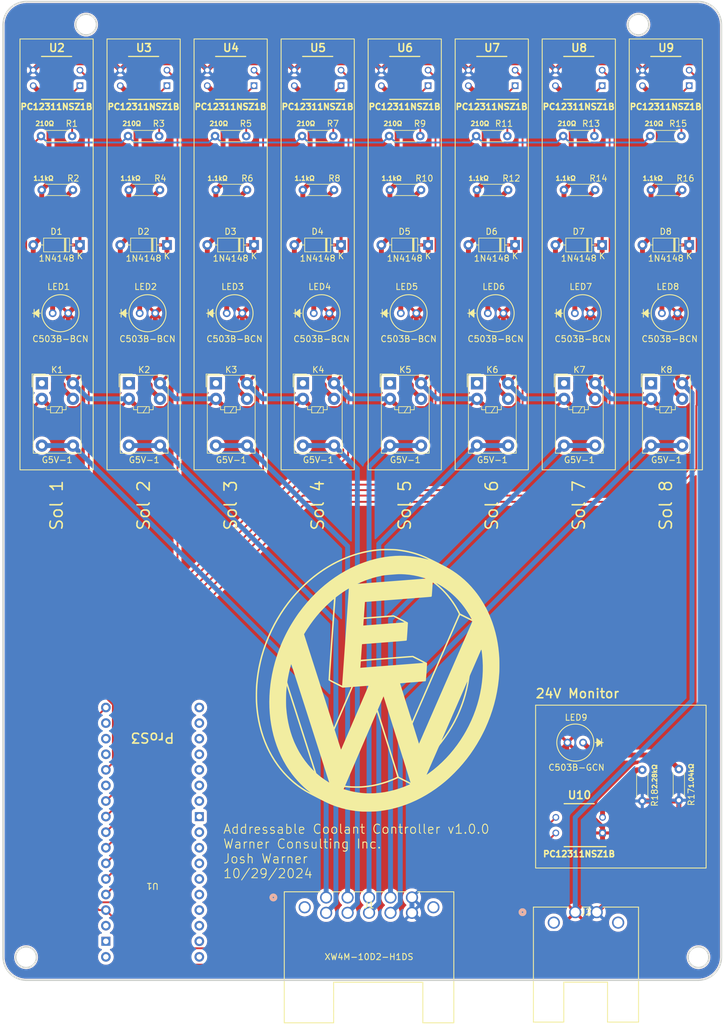
<source format=kicad_pcb>
(kicad_pcb (version 20221018) (generator pcbnew)
  (layers (0 "F.Cu" signal) (31 "B.Cu" signal) (34 "B.Paste" user) (35 "F.Paste" user) (36 "B.SilkS" user "B.Silkscreen") (37 "F.SilkS" user "F.Silkscreen") (38 "B.Mask" user) (39 "F.Mask" user) (44 "Edge.Cuts" user))
  (net 0 "")
  (net 1 "+24V")
  (net 2 "Net-(D1-A)")
  (net 3 "Net-(D2-A)")
  (net 4 "Net-(D3-A)")
  (net 5 "Net-(D4-A)")
  (net 6 "Net-(D5-A)")
  (net 7 "Net-(D6-A)")
  (net 8 "Net-(D7-A)")
  (net 9 "Net-(D8-A)")
  (net 10 "/S1")
  (net 11 "GND")
  (net 12 "/S2")
  (net 13 "/S3")
  (net 14 "/S4")
  (net 15 "/S5")
  (net 16 "/S6")
  (net 17 "/S7")
  (net 18 "/S8")
  (net 27 "Net-(LED1-Pad1)")
  (net 28 "Net-(LED2-Pad1)")
  (net 29 "Net-(LED3-Pad1)")
  (net 30 "Net-(LED4-Pad1)")
  (net 31 "Net-(LED5-Pad1)")
  (net 32 "Net-(LED6-Pad1)")
  (net 33 "Net-(LED7-Pad1)")
  (net 34 "Net-(LED8-Pad1)")
  (net 35 "/MCU 3.3v")
  (net 36 "Net-(R1-Pad2)")
  (net 37 "Net-(R3-Pad2)")
  (net 38 "Net-(R5-Pad2)")
  (net 39 "Net-(R7-Pad2)")
  (net 40 "Net-(R9-Pad2)")
  (net 41 "Net-(R11-Pad2)")
  (net 42 "Net-(R13-Pad2)")
  (net 43 "Net-(R15-Pad2)")
  (net 47 "/IO1")
  (net 48 "/IO2")
  (net 49 "/IO3")
  (net 50 "/IO4")
  (net 51 "/IO5")
  (net 52 "/IO21")
  (net 53 "/IO0")
  (net 55 "/IO16")
  (net 59 "/IO12")
  (net 77 "Net-(LED9-Pad1)")
  (net 78 "Net-(R18-Pad1)")
  (footprint "Resistor:R_Axial_DIN0204_L3.6mm_D1.6mm_P5.08mm_Horizontal-JW" (layer "F.Cu") (at 55.17964 45.03766)
    (fp_text reference "R3")
    (fp_text value "210Ω")
  )
  (footprint "Resistor:R_Axial_DIN0204_L3.6mm_D1.6mm_P5.08mm_Horizontal-JW" (layer "F.Cu") (at 102.97714 53.81284 180)
    (fp_text reference "R10")
    (fp_text value "1.1kΩ")
  )
  (footprint "Resistor:R_Axial_DIN0204_L3.6mm_D1.6mm_P5.08mm_Horizontal-JW" (layer "F.Cu") (at 46.18314 53.81284 180)
    (fp_text reference "R2")
    (fp_text value "1.1kΩ")
  )
  (footprint "PC12311NSZ1B:PC12311NSZ1B" (layer "F.Cu") (at 128.778 157.353 180)
    (fp_text reference "U10")
    (fp_text value "PC12311NSZ1B")
  )
  (footprint "PC12311NSZ1B:PC12311NSZ1B" (layer "F.Cu") (at 114.51364 35.56 180)
    (fp_text reference "U7")
    (fp_text value "PC12311NSZ1B")
  )
  (footprint "Resistor:R_Axial_DIN0204_L3.6mm_D1.6mm_P5.08mm_Horizontal-JW" (layer "F.Cu") (at 83.57664 45.03766)
    (fp_text reference "R7")
    (fp_text value "210Ω")
  )
  (footprint "CreeLED Blue:C503B_BCN_CV0Z0461" (layer "F.Cu") (at 128.07214 73.914)
    (fp_text reference "LED7")
    (fp_text value "C503B-BCN")
  )
  (footprint "Relay_THT:Relay_SPDT_Omron_G5V-1" (layer "F.Cu") (at 126.30464 85.32498)
    (fp_text reference "K7")
    (fp_text value "G5V-1")
  )
  (footprint "Diode_THT:D_DO-35_SOD27_P7.62mm_Horizontal-JW" (layer "F.Cu") (at 104.12514 62.78802 180)
    (fp_text reference "D5")
    (fp_text value "1N4148")
  )
  (footprint "PC12311NSZ1B:PC12311NSZ1B" (layer "F.Cu") (at 128.71214 35.56 180)
    (fp_text reference "U8")
    (fp_text value "PC12311NSZ1B")
  )
  (footprint "CreeLED Blue:C503B_BCN_CV0Z0461" (layer "F.Cu") (at 113.87364 73.914)
    (fp_text reference "LED6")
    (fp_text value "C503B-BCN")
  )
  (footprint "CreeLED Blue:C503B_BCN_CV0Z0461" (layer "F.Cu") (at 42.88114 73.914)
    (fp_text reference "LED1")
    (fp_text value "C503B-BCN")
  )
  (footprint "Resistor:R_Axial_DIN0204_L3.6mm_D1.6mm_P5.08mm_Horizontal-JW" (layer "F.Cu") (at 140.37064 45.03766)
    (fp_text reference "R15")
    (fp_text value "210Ω")
  )
  (footprint "Diode_THT:D_DO-35_SOD27_P7.62mm_Horizontal-JW" (layer "F.Cu") (at 89.92664 62.78802 180)
    (fp_text reference "D4")
    (fp_text value "1N4148")
  )
  (footprint "PC12311NSZ1B:PC12311NSZ1B" (layer "F.Cu") (at 100.31514 35.56 180)
    (fp_text reference "U6")
    (fp_text value "PC12311NSZ1B")
  )
  (footprint "Resistor:R_Axial_DIN0204_L3.6mm_D1.6mm_P5.08mm_Horizontal-JW" (layer "F.Cu") (at 40.98114 45.03766)
    (fp_text reference "R1")
    (fp_text value "210Ω")
  )
  (footprint "ProS3:ProS3_TH" (layer "F.Cu") (at 59.162 158.496 180)
    (fp_text reference "U1")
    (fp_text value "ProS3")
  )
  (footprint "Resistor:R_Axial_DIN0204_L3.6mm_D1.6mm_P5.08mm_Horizontal-JW" (layer "F.Cu") (at 145.034 148.209 -90)
    (fp_text reference "R17")
    (fp_text value "1.04kΩ")
  )
  (footprint "Diode_THT:D_DO-35_SOD27_P7.62mm_Horizontal-JW" (layer "F.Cu") (at 118.32364 62.78802 180)
    (fp_text reference "D6")
    (fp_text value "1N4148")
  )
  (footprint "Resistor:R_Axial_DIN0204_L3.6mm_D1.6mm_P5.08mm_Horizontal-JW" (layer "F.Cu") (at 145.57264 53.81284 180)
    (fp_text reference "R16")
    (fp_text value "1.1kΩ")
  )
  (footprint "Diode_THT:D_DO-35_SOD27_P7.62mm_Horizontal-JW" (layer "F.Cu") (at 47.33114 62.78802 180)
    (fp_text reference "D1")
    (fp_text value "1N4148")
  )
  (footprint "Resistor:R_Axial_DIN0204_L3.6mm_D1.6mm_P5.08mm_Horizontal-JW" (layer "F.Cu") (at 139.065 148.336 -90)
    (fp_text reference "R18")
    (fp_text value "2.28kΩ")
  )
  (footprint "Resistor:R_Axial_DIN0204_L3.6mm_D1.6mm_P5.08mm_Horizontal-JW" (layer "F.Cu") (at 117.17564 53.81284 180)
    (fp_text reference "R12")
    (fp_text value "1.1kΩ")
  )
  (footprint "Resistor:R_Axial_DIN0204_L3.6mm_D1.6mm_P5.08mm_Horizontal-JW" (layer "F.Cu") (at 111.97364 45.03766)
    (fp_text reference "R11")
    (fp_text value "210Ω")
  )
  (footprint "xw4m-02d1-h1da:xw4m-02d1-h1da" (layer "F.Cu") (at 128.1329 171.533301)
    (fp_text reference "J2")
    (fp_text value "XW4M-02D1-H1DA")
  )
  (footprint "Warner Consulting Logo:Warner Consulting Logo" (layer "F.Cu") (at 95.885 133.731)
    (fp_text reference "G***")
    (fp_text value "LOGO" hide)
  )
  (footprint "CreeLED Green:C503B_GCN_CY0C0792" (layer "F.Cu") (at 129.413 143.891 180)
    (fp_text reference "LED9")
    (fp_text value "C503B-GCN")
  )
  (footprint "xw4m-10d2-h1ds:xw4m-10d2-h1ds" (layer "F.Cu") (at 87.495789 169.1359)
    (fp_text reference "J1")
    (fp_text value "XW4M-10D2-H1DS")
  )
  (footprint "PC12311NSZ1B:PC12311NSZ1B" (layer "F.Cu") (at 43.52114 35.56 180)
    (fp_text reference "U2")
    (fp_text value "PC12311NSZ1B")
  )
  (footprint "Relay_THT:Relay_SPDT_Omron_G5V-1" (layer "F.Cu") (at 69.51064 85.32498)
    (fp_text reference "K3")
    (fp_text value "G5V-1")
  )
  (footprint "Relay_THT:Relay_SPDT_Omron_G5V-1" (layer "F.Cu") (at 97.90764 85.32498)
    (fp_text reference "K5")
    (fp_text value "G5V-1")
  )
  (footprint "PC12311NSZ1B:PC12311NSZ1B" (layer "F.Cu") (at 71.91814 35.56 180)
    (fp_text reference "U4")
    (fp_text value "PC12311NSZ1B")
  )
  (footprint "PC12311NSZ1B:PC12311NSZ1B" (layer "F.Cu") (at 57.71964 35.56 180)
    (fp_text reference "U3")
    (fp_text value "PC12311NSZ1B")
  )
  (footprint "PC12311NSZ1B:PC12311NSZ1B" (layer "F.Cu") (at 142.91064 35.56 180)
    (fp_text reference "U9")
    (fp_text value "PC12311NSZ1B")
  )
  (footprint "Diode_THT:D_DO-35_SOD27_P7.62mm_Horizontal-JW" (layer "F.Cu") (at 61.52964 62.78802 180)
    (fp_text reference "D2")
    (fp_text value "1N4148")
  )
  (footprint "Diode_THT:D_DO-35_SOD27_P7.62mm_Horizontal-JW" (layer "F.Cu") (at 146.72064 62.78802 180)
    (fp_text reference "D8")
    (fp_text value "1N4148")
  )
  (footprint "Diode_THT:D_DO-35_SOD27_P7.62mm_Horizontal-JW" (layer "F.Cu") (at 132.52214 62.78802 180)
    (fp_text reference "D7")
    (fp_text value "1N4148")
  )
  (footprint "Relay_THT:Relay_SPDT_Omron_G5V-1" (layer "F.Cu") (at 112.10614 85.32498)
    (fp_text reference "K6")
    (fp_text value "G5V-1")
  )
  (footprint "CreeLED Blue:C503B_BCN_CV0Z0461" (layer "F.Cu") (at 71.27814 73.914)
    (fp_text reference "LED3")
    (fp_text value "C503B-BCN")
  )
  (footprint "PC12311NSZ1B:PC12311NSZ1B" (layer "F.Cu") (at 86.11664 35.56 180)
    (fp_text reference "U5")
    (fp_text value "PC12311NSZ1B")
  )
  (footprint "Resistor:R_Axial_DIN0204_L3.6mm_D1.6mm_P5.08mm_Horizontal-JW" (layer "F.Cu") (at 69.37814 45.03766)
    (fp_text reference "R5")
    (fp_text value "210Ω")
  )
  (footprint "Resistor:R_Axial_DIN0204_L3.6mm_D1.6mm_P5.08mm_Horizontal-JW" (layer "F.Cu") (at 131.37414 53.81284 180)
    (fp_text reference "R14")
    (fp_text value "1.1kΩ")
  )
  (footprint "CreeLED Blue:C503B_BCN_CV0Z0461" (layer "F.Cu") (at 99.67514 73.914)
    (fp_text reference "LED5")
    (fp_text value "C503B-BCN")
  )
  (footprint "CreeLED Blue:C503B_BCN_CV0Z0461" (layer "F.Cu") (at 57.07964 73.914)
    (fp_text reference "LED2")
    (fp_text value "C503B-BCN")
  )
  (footprint "Resistor:R_Axial_DIN0204_L3.6mm_D1.6mm_P5.08mm_Horizontal-JW" (layer "F.Cu") (at 88.77864 53.81284 180)
    (fp_text reference "R8")
    (fp_text value "1.1kΩ")
  )
  (footprint "CreeLED Blue:C503B_BCN_CV0Z0461" (layer "F.Cu") (at 142.27064 73.914)
    (fp_text reference "LED8")
    (fp_text value "C503B-BCN")
  )
  (footprint "Relay_THT:Relay_SPDT_Omron_G5V-1" (layer "F.Cu") (at 41.11364 85.32498)
    (fp_text reference "K1")
    (fp_text value "G5V-1")
  )
  (footprint "Resistor:R_Axial_DIN0204_L3.6mm_D1.6mm_P5.08mm_Horizontal-JW" (layer "F.Cu") (at 97.77514 45.03766)
    (fp_text reference "R9")
    (fp_text value "210Ω")
  )
  (footprint "Resistor:R_Axial_DIN0204_L3.6mm_D1.6mm_P5.08mm_Horizontal-JW" (layer "F.Cu") (at 74.58014 53.81284 180)
    (fp_text reference "R6")
    (fp_text value "1.1kΩ")
  )
  (footprint "Relay_THT:Relay_SPDT_Omron_G5V-1" (layer "F.Cu") (at 83.70914 85.32498)
    (fp_text reference "K4")
    (fp_text value "G5V-1")
  )
  (footprint "Relay_THT:Relay_SPDT_Omron_G5V-1" (layer "F.Cu") (at 55.31214 85.32498)
    (fp_text reference "K2")
    (fp_text value "G5V-1")
  )
  (footprint "Resistor:R_Axial_DIN0204_L3.6mm_D1.6mm_P5.08mm_Horizontal-JW" (layer "F.Cu") (at 126.17214 45.03766)
    (fp_text reference "R13")
    (fp_text value "210Ω")
  )
  (footprint "Diode_THT:D_DO-35_SOD27_P7.62mm_Horizontal-JW" (layer "F.Cu") (at 75.72814 62.78802 180)
    (fp_text reference "D3")
    (fp_text value "1N4148")
  )
  (footprint "Resistor:R_Axial_DIN0204_L3.6mm_D1.6mm_P5.08mm_Horizontal-JW" (layer "F.Cu") (at 60.38164 53.81284 180)
    (fp_text reference "R4")
    (fp_text value "1.1kΩ")
  )
  (footprint "Relay_THT:Relay_SPDT_Omron_G5V-1" (layer "F.Cu") (at 140.50314 85.32498)
    (fp_text reference "K8")
    (fp_text value "G5V-1")
  )
  (footprint "CreeLED Blue:C503B_BCN_CV0Z0461" (layer "F.Cu") (at 85.47664 73.914)
    (fp_text reference "LED4")
    (fp_text value "C503B-BCN")
  )
  (gr_rect (start 136.94164 29.21) (end 148.87964 99.441) (stroke (width 0.15)) (fill none) (layer "F.SilkS"))
  (gr_rect (start 94.34614 29.21) (end 106.28414 99.441) (stroke (width 0.15)) (fill none) (layer "F.SilkS"))
  (gr_rect locked (start 37.55214 29.21) (end 49.49014 99.441) (stroke (width 0.15)) (fill none) (layer "F.SilkS"))
  (gr_rect (start 122.74314 29.21) (end 134.68114 99.441) (stroke (width 0.15)) (fill none) (layer "F.SilkS"))
  (gr_rect (start 65.94914 29.21) (end 77.88714 99.441) (stroke (width 0.15)) (fill none) (layer "F.SilkS"))
  (gr_rect (start 108.54464 29.21) (end 120.48264 99.441) (stroke (width 0.15)) (fill none) (layer "F.SilkS"))
  (gr_rect (start 80.14764 29.21) (end 92.08564 99.441) (stroke (width 0.15)) (fill none) (layer "F.SilkS"))
  (gr_rect (start 51.75064 29.21) (end 63.68864 99.441) (stroke (width 0.15)) (fill none) (layer "F.SilkS"))
  (gr_rect (start 121.666 137.795) (end 149.479 164.338) (stroke (width 0.15)) (fill none) (layer "F.SilkS"))
  (gr_arc locked (start 34.798 26.924) (mid 35.913923 24.229923) (end 38.608 23.114) (stroke (width 0.25)) (layer "Edge.Cuts"))
  (gr_circle locked (center 38.548 178.86978) (end 40.248 178.86978) (stroke (width 0.25)) (fill none) (layer "Edge.Cuts"))
  (gr_circle locked (center 48.34089 26.864) (end 50.04089 26.864) (stroke (width 0.25)) (fill none) (layer "Edge.Cuts"))
  (gr_line locked (start 34.798 26.924) (end 34.798 178.80978) (stroke (width 0.25)) (layer "Edge.Cuts"))
  (gr_line locked (start 148.17378 23.114) (end 38.608 23.114) (stroke (width 0.25)) (layer "Edge.Cuts"))
  (gr_line locked (start 38.608 182.61978) (end 148.17378 182.61978) (stroke (width 0.25)) (layer "Edge.Cuts"))
  (gr_circle locked (center 138.44089 26.864) (end 140.14089 26.864) (stroke (width 0.25)) (fill none) (layer "Edge.Cuts"))
  (gr_circle locked (center 148.23378 178.86978) (end 149.93378 178.86978) (stroke (width 0.25)) (fill none) (layer "Edge.Cuts"))
  (gr_arc locked (start 151.98378 178.80978) (mid 150.86786 181.50386) (end 148.17378 182.61978) (stroke (width 0.25)) (layer "Edge.Cuts"))
  (gr_arc locked (start 38.608 182.61978) (mid 35.913921 181.503859) (end 34.798 178.80978) (stroke (width 0.25)) (layer "Edge.Cuts"))
  (gr_line locked (start 151.98378 178.80978) (end 151.98378 26.924) (stroke (width 0.25)) (layer "Edge.Cuts"))
  (gr_arc locked (start 148.17378 23.114) (mid 150.86786 24.22992) (end 151.98378 26.924) (stroke (width 0.25)) (layer "Edge.Cuts"))
  (gr_text "Sol 1 " (at 43.52114 99.441 90) (layer "F.SilkS") (effects (font (size 2 2) (thickness 0.25)) (justify right)))
  (gr_text "Addressable Coolant Controller v1.0.0\nWarner Consulting Inc.\nJosh Warner\n10/29/2024" (at 70.612 166.116) (layer "F.SilkS") (effects (font (size 1.5 1.5)) (justify left bottom)))
  (gr_text "Sol 7 " (at 128.71214 99.441 90) (layer "F.SilkS") (effects (font (size 2 2) (thickness 0.25)) (justify right)))
  (gr_text "Sol 6 " (at 114.51364 99.441 90) (layer "F.SilkS") (effects (font (size 2 2) (thickness 0.25)) (justify right)))
  (gr_text "Sol 5 " (at 100.31514 99.441 90) (layer "F.SilkS") (effects (font (size 2 2) (thickness 0.25)) (justify right)))
  (gr_text "Sol 4 " (at 86.11664 99.441 90) (layer "F.SilkS") (effects (font (size 2 2) (thickness 0.25)) (justify right)))
  (gr_text "Sol 3 " (at 71.91814 99.441 90) (layer "F.SilkS") (effects (font (size 2 2) (thickness 0.25)) (justify right)))
  (gr_text "24V Monitor" (at 121.539 136.779) (layer "F.SilkS") (effects (font (size 1.5 1.5) (thickness 0.25) bold) (justify left bottom)))
  (gr_text "Sol 8 " (at 142.91064 99.441 90) (layer "F.SilkS") (effects (font (size 2 2) (thickness 0.25)) (justify right)))
  (gr_text "Sol 2 " (at 57.71964 99.441 90) (layer "F.SilkS") (effects (font (size 2 2) (thickness 0.25)) (justify right)))
  (segment (start 104.58764 86.92498) (end 102.98764 85.32498) (width 0.8) (layer "F.Cu") (net 1))
  (segment (start 90.38914 88.60436) (end 90.38914 86.92498) (width 0.8) (layer "F.Cu") (net 1))
  (segment (start 132.588 157.709346) (end 126.746 151.867346) (width 0.8) (layer "F.Cu") (net 1))
  (segment (start 116.41364 84.55248) (end 117.18614 85.32498) (width 0.8) (layer "F.Cu") (net 1))
  (segment (start 126.746 151.867346) (end 126.746 144.018) (width 0.8) (layer "F.Cu") (net 1))
  (segment (start 89.92664 62.78802) (end 89.92664 72.004) (width 0.8) (layer "F.Cu") (net 1))
  (segment (start 47.33114 72.004) (end 45.42114 73.914) (width 0.8) (layer "F.Cu") (net 1))
  (segment (start 45.42114 73.914) (end 45.42114 84.55248) (width 0.8) (layer "F.Cu") (net 1))
  (segment (start 75.72814 62.78802) (end 75.72814 72.004) (width 0.8) (layer "F.Cu") (net 1))
  (segment (start 45.42114 84.55248) (end 46.19364 85.32498) (width 0.8) (layer "F.Cu") (net 1))
  (segment (start 142.10314 89.46498) (end 146.32252 89.46498) (width 0.8) (layer "F.Cu") (net 1))
  (segment (start 113.70614 89.46498) (end 117.92552 89.46498) (width 0.8) (layer "F.Cu") (net 1))
  (segment (start 132.588 166.139) (end 132.588 157.709346) (width 0.8) (layer "F.Cu") (net 1))
  (segment (start 90.38914 86.92498) (end 88.78914 85.32498) (width 0.8) (layer "F.Cu") (net 1))
  (segment (start 97.90764 87.86498) (end 99.50764 89.46498) (width 0.8) (layer "F.Cu") (net 1))
  (segment (start 61.52964 62.78802) (end 61.52964 72.004) (width 0.8) (layer "F.Cu") (net 1))
  (segment (start 146.72064 62.78802) (end 146.72064 72.004) (width 0.8) (layer "F.Cu") (net 1))
  (segment (start 132.52214 72.004) (end 130.61214 73.914) (width 0.8) (layer "F.Cu") (net 1))
  (segment (start 69.51064 87.86498) (end 71.11064 89.46498) (width 0.8) (layer "F.Cu") (net 1))
  (segment (start 85.30914 89.46498) (end 89.52852 89.46498) (width 0.8) (layer "F.Cu") (net 1))
  (segment (start 144.81064 84.55248) (end 145.58314 85.32498) (width 0.8) (layer "F.Cu") (net 1))
  (segment (start 56.91214 89.46498) (end 61.13152 89.46498) (width 0.8) (layer "F.Cu") (net 1))
  (segment (start 88.01664 84.55248) (end 88.78914 85.32498) (width 0.8) (layer "F.Cu") (net 1))
  (segment (start 61.13152 89.46498) (end 61.99214 88.60436) (width 0.8) (layer "F.Cu") (net 1))
  (segment (start 132.98464 88.60436) (end 132.98464 86.92498) (width 0.8) (layer "F.Cu") (net 1))
  (segment (start 127.90464 89.46498) (end 132.12402 89.46498) (width 0.8) (layer "F.Cu") (net 1))
  (segment (start 112.10614 87.86498) (end 113.70614 89.46498) (width 0.8) (layer "F.Cu") (net 1))
  (segment (start 104.12514 72.004) (end 102.21514 73.914) (width 0.8) (layer "F.Cu") (net 1))
  (segment (start 76.19064 86.92498) (end 74.59064 85.32498) (width 0.8) (layer "F.Cu") (net 1))
  (segment (start 128.1329 171.533301) (end 128.1329 170.5941) (width 0.8) (layer "F.Cu") (net 1))
  (segment (start 83.70914 87.86498) (end 85.30914 89.46498) (width 0.8) (layer "F.Cu") (net 1))
  (segment (start 99.50764 89.46498) (end 103.72702 89.46498) (width 0.8) (layer "F.Cu") (net 1))
  (segment (start 47.33114 62.78802) (end 47.33114 72.004) (width 0.8) (layer "F.Cu") (net 1))
  (segment (start 146.72064 72.004) (end 144.81064 73.914) (width 0.8) (layer "F.Cu") (net 1))
  (segment (start 61.99214 88.60436) (end 61.99214 86.92498) (width 0.8) (layer "F.Cu") (net 1))
  (segment (start 89.92664 72.004) (end 88.01664 73.914) (width 0.8) (layer "F.Cu") (net 1))
  (segment (start 130.61214 73.914) (end 130.61214 84.55248) (width 0.8) (layer "F.Cu") (net 1))
  (segment (start 71.11064 89.46498) (end 75.33002 89.46498) (width 0.8) (layer "F.Cu") (net 1))
  (segment (start 88.01664 73.914) (end 88.01664 84.55248) (width 0.8) (layer "F.Cu") (net 1))
  (segment (start 132.12402 89.46498) (end 132.98464 88.60436) (width 0.8) (layer "F.Cu") (net 1))
  (segment (start 46.93302 89.46498) (end 47.79364 88.60436) (width 0.8) (layer "F.Cu") (net 1))
  (segment (start 117.92552 89.46498) (end 118.78614 88.60436) (width 0.8) (layer "F.Cu") (net 1))
  (segment (start 140.50314 87.86498) (end 142.10314 89.46498) (width 0.8) (layer "F.Cu") (net 1))
  (segment (start 146.32252 89.46498) (end 147.18314 88.60436) (width 0.8) (layer "F.Cu") (net 1))
  (segment (start 59.61964 73.914) (end 59.61964 84.55248) (width 0.8) (layer "F.Cu") (net 1))
  (segment (start 147.18314 86.92498) (end 145.58314 85.32498) (width 0.8) (layer "F.Cu") (net 1))
  (segment (start 128.1329 170.5941) (end 132.588 166.139) (width 0.8) (layer "F.Cu") (net 1))
  (segment (start 75.33002 89.46498) (end 76.19064 88.60436) (width 0.8) (layer "F.Cu") (net 1))
  (segment (start 102.21514 73.914) (end 102.21514 84.55248) (width 0.8) (layer "F.Cu") (net 1))
  (segment (start 102.21514 84.55248) (end 102.98764 85.32498) (width 0.8) (layer "F.Cu") (net 1))
  (segment (start 59.61964 84.55248) (end 60.39214 85.32498) (width 0.8) (layer "F.Cu") (net 1))
  (segment (start 147.18314 88.60436) (end 147.18314 86.92498) (width 0.8) (layer "F.Cu") (net 1))
  (segment (start 42.71364 89.46498) (end 46.93302 89.46498) (width 0.8) (layer "F.Cu") (net 1))
  (segment (start 47.79364 88.60436) (end 47.79364 86.92498) (width 0.8) (layer "F.Cu") (net 1))
  (segment (start 126.30464 87.86498) (end 127.90464 89.46498) (width 0.8) (layer "F.Cu") (net 1))
  (segment (start 76.19064 88.60436) (end 76.19064 86.92498) (width 0.8) (layer "F.Cu") (net 1))
  (segment (start 47.79364 86.92498) (end 46.19364 85.32498) (width 0.8) (layer "F.Cu") (net 1))
  (segment (start 118.32364 62.78802) (end 118.32364 72.004) (width 0.8) (layer "F.Cu") (net 1))
  (segment (start 41.11364 87.86498) (end 42.71364 89.46498) (width 0.8) (layer "F.Cu") (net 1))
  (segment (start 61.99214 86.92498) (end 60.39214 85.32498) (width 0.8) (layer "F.Cu") (net 1))
  (segment (start 61.52964 72.004) (end 59.61964 73.914) (width 0.8) (layer "F.Cu") (net 1))
  (segment (start 104.58764 88.60436) (end 104.58764 86.92498) (width 0.8) (layer "F.Cu") (net 1))
  (segment (start 130.61214 84.55248) (end 131.38464 85.32498) (width 0.8) (layer "F.Cu") (net 1))
  (segment (start 118.32364 72.004) (end 116.41364 73.914) (width 0.8) (layer "F.Cu") (net 1))
  (segment (start 104.12514 62.78802) (end 104.12514 72.004) (width 0.8) (layer "F.Cu") (net 1))
  (segment (start 126.746 144.018) (end 126.873 143.891) (width 0.8) (layer "F.Cu") (net 1))
  (segment (start 55.31214 87.86498) (end 56.91214 89.46498) (width 0.8) (layer "F.Cu") (net 1))
  (segment (start 116.41364 73.914) (end 116.41364 84.55248) (width 0.8) (layer "F.Cu") (net 1))
  (segment (start 132.52214 62.78802) (end 132.52214 72.004) (width 0.8) (layer "F.Cu") (net 1))
  (segment (start 118.78614 88.60436) (end 118.78614 86.92498) (width 0.8) (layer "F.Cu") (net 1))
  (segment (start 132.98464 86.92498) (end 131.38464 85.32498) (width 0.8) (layer "F.Cu") (net 1))
  (segment (start 118.78614 86.92498) (end 117.18614 85.32498) (width 0.8) (layer "F.Cu") (net 1))
  (segment (start 89.52852 89.46498) (end 90.38914 88.60436) (width 0.8) (layer "F.Cu") (net 1))
  (segment (start 103.72702 89.46498) (end 104.58764 88.60436) (width 0.8) (layer "F.Cu") (net 1))
  (segment (start 75.72814 72.004) (end 73.81814 73.914) (width 0.8) (layer "F.Cu") (net 1))
  (segment (start 73.81814 73.914) (end 73.81814 84.55248) (width 0.8) (layer "F.Cu") (net 1))
  (segment (start 73.81814 84.55248) (end 74.59064 85.32498) (width 0.8) (layer "F.Cu") (net 1))
  (segment (start 144.81064 73.914) (end 144.81064 84.55248) (width 0.8) (layer "F.Cu") (net 1))
  (segment (start 102.98764 85.32498) (end 105.52764 87.86498) (width 0.8) (layer "B.Cu") (net 1))
  (segment (start 145.58314 85.32498) (end 147.18314 86.92498) (width 0.8) (layer "B.Cu") (net 1))
  (segment (start 131.38464 85.32498) (end 133.92464 87.86498) (width 0.8) (layer "B.Cu") (net 1))
  (segment (start 48.73364 87.86498) (end 55.31214 87.86498) (width 0.8) (layer "B.Cu") (net 1))
  (segment (start 91.32914 87.86498) (end 97.90764 87.86498) (width 0.8) (layer "B.Cu") (net 1))
  (segment (start 119.72614 87.86498) (end 126.30464 87.86498) (width 0.8) (layer "B.Cu") (net 1))
  (segment (start 128.1329 156.0931) (end 128.1329 171.533301) (width 0.8) (layer "B.Cu") (net 1))
  (segment (start 147.18314 137.04286) (end 128.1329 156.0931) (width 0.8) (layer "B.Cu") (net 1))
  (segment (start 133.92464 87.86498) (end 140.50314 87.86498) (width 0.8) (layer "B.Cu") (net 1))
  (segment (start 46.19364 85.32498) (end 48.73364 87.86498) (width 0.8) (layer "B.Cu") (net 1))
  (segment (start 88.78914 85.32498) (end 91.32914 87.86498) (width 0.8) (layer "B.Cu") (net 1))
  (segment (start 60.39214 85.32498) (end 62.93214 87.86498) (width 0.8) (layer "B.Cu") (net 1))
  (segment (start 105.52764 87.86498) (end 112.10614 87.86498) (width 0.8) (layer "B.Cu") (net 1))
  (segment (start 62.93214 87.86498) (end 69.51064 87.86498) (width 0.8) (layer "B.Cu") (net 1))
  (segment (start 77.13064 87.86498) (end 83.70914 87.86498) (width 0.8) (layer "B.Cu") (net 1))
  (segment (start 74.59064 85.32498) (end 77.13064 87.86498) (width 0.8) (layer "B.Cu") (net 1))
  (segment (start 147.18314 86.92498) (end 147.18314 137.04286) (width 0.8) (layer "B.Cu") (net 1))
  (segment (start 117.18614 85.32498) (end 119.72614 87.86498) (width 0.8) (layer "B.Cu") (net 1))
  (segment (start 39.71114 36.83) (end 42.28114 39.4) (width 0.8) (layer "F.Cu") (net 2))
  (segment (start 44.59364 85.60498) (end 44.59364 86.26498) (width 0.8) (layer "F.Cu") (net 2))
  (segment (start 44.59364 86.26498) (end 46.19364 87.86498) (width 0.8) (layer "F.Cu") (net 2))
  (segment (start 39.71114 62.78802) (end 39.71114 80.72248) (width 0.8) (layer "F.Cu") (net 2))
  (segment (start 39.71114 80.72248) (end 44.59364 85.60498) (width 0.8) (layer "F.Cu") (net 2))
  (segment (start 41.10314 53.81284) (end 41.10314 61.39602) (width 0.8) (layer "F.Cu") (net 2))
  (segment (start 41.10314 61.39602) (end 39.71114 62.78802) (width 0.8) (layer "F.Cu") (net 2))
  (segment (start 42.28114 52.63484) (end 41.10314 53.81284) (width 0.8) (layer "F.Cu") (net 2))
  (segment (start 42.28114 39.4) (end 42.28114 52.63484) (width 0.8) (layer "F.Cu") (net 2))
  (segment (start 53.90964 36.83) (end 56.47964 39.4) (width 0.8) (layer "F.Cu") (net 3))
  (segment (start 56.47964 39.4) (end 56.47964 52.63484) (width 0.8) (layer "F.Cu") (net 3))
  (segment (start 55.30164 53.81284) (end 55.30164 61.39602) (width 0.8) (layer "F.Cu") (net 3))
  (segment (start 58.79214 86.26498) (end 60.39214 87.86498) (width 0.8) (layer "F.Cu") (net 3))
  (segment (start 58.79214 85.60498) (end 58.79214 86.26498) (width 0.8) (layer "F.Cu") (net 3))
  (segment (start 56.47964 52.63484) (end 55.30164 53.81284) (width 0.8) (layer "F.Cu") (net 3))
  (segment (start 53.90964 62.78802) (end 53.90964 80.72248) (width 0.8) (layer "F.Cu") (net 3))
  (segment (start 55.30164 61.39602) (end 53.90964 62.78802) (width 0.8) (layer "F.Cu") (net 3))
  (segment (start 53.90964 80.72248) (end 58.79214 85.60498) (width 0.8) (layer "F.Cu") (net 3))
  (segment (start 68.10814 62.78802) (end 68.10814 80.72248) (width 0.8) (layer "F.Cu") (net 4))
  (segment (start 69.50014 53.81284) (end 69.50014 61.39602) (width 0.8) (layer "F.Cu") (net 4))
  (segment (start 69.50014 61.39602) (end 68.10814 62.78802) (width 0.8) (layer "F.Cu") (net 4))
  (segment (start 72.99064 85.60498) (end 72.99064 86.26498) (width 0.8) (layer "F.Cu") (net 4))
  (segment (start 72.99064 86.26498) (end 74.59064 87.86498) (width 0.8) (layer "F.Cu") (net 4))
  (segment (start 68.10814 36.83) (end 70.67814 39.4) (width 0.8) (layer "F.Cu") (net 4))
  (segment (start 68.10814 80.72248) (end 72.99064 85.60498) (width 0.8) (layer "F.Cu") (net 4))
  (segment (start 70.67814 52.63484) (end 69.50014 53.81284) (width 0.8) (layer "F.Cu") (net 4))
  (segment (start 70.67814 39.4) (end 70.67814 52.63484) (width 0.8) (layer "F.Cu") (net 4))
  (segment (start 84.87664 39.4) (end 84.87664 52.63484) (width 0.8) (layer "F.Cu") (net 5))
  (segment (start 83.69864 53.81284) (end 83.69864 61.39602) (width 0.8) (layer "F.Cu") (net 5))
  (segment (start 87.18914 85.60498) (end 87.18914 86.26498) (width 0.8) (layer "F.Cu") (net 5))
  (segment (start 82.30664 36.83) (end 84.87664 39.4) (width 0.8) (layer "F.Cu") (net 5))
  (segment (start 82.30664 62.78802) (end 82.30664 80.72248) (width 0.8) (layer "F.Cu") (net 5))
  (segment (start 83.69864 61.39602) (end 82.30664 62.78802) (width 0.8) (layer "F.Cu") (net 5))
  (segment (start 87.18914 86.26498) (end 88.78914 87.86498) (width 0.8) (layer "F.Cu") (net 5))
  (segment (start 82.30664 80.72248) (end 87.18914 85.60498) (width 0.8) (layer "F.Cu") (net 5))
  (segment (start 84.87664 52.63484) (end 83.69864 53.81284) (width 0.8) (layer "F.Cu") (net 5))
  (segment (start 101.38764 85.60498) (end 101.38764 86.26498) (width 0.8) (layer "F.Cu") (net 6))
  (segment (start 99.07514 39.4) (end 99.07514 52.63484) (width 0.8) (layer "F.Cu") (net 6))
  (segment (start 96.50514 80.72248) (end 101.38764 85.60498) (width 0.8) (layer "F.Cu") (net 6))
  (segment (start 97.89714 53.81284) (end 97.89714 61.39602) (width 0.8) (layer "F.Cu") (net 6))
  (segment (start 96.50514 36.83) (end 99.07514 39.4) (width 0.8) (layer "F.Cu") (net 6))
  (segment (start 96.50514 62.78802) (end 96.50514 80.72248) (width 0.8) (layer "F.Cu") (net 6))
  (segment (start 97.89714 61.39602) (end 96.50514 62.78802) (width 0.8) (layer "F.Cu") (net 6))
  (segment (start 99.07514 52.63484) (end 97.89714 53.81284) (width 0.8) (layer "F.Cu") (net 6))
  (segment (start 101.38764 86.26498) (end 102.98764 87.86498) (width 0.8) (layer "F.Cu") (net 6))
  (segment (start 113.27364 52.63484) (end 112.09564 53.81284) (width 0.8) (layer "F.Cu") (net 7))
  (segment (start 112.09564 53.81284) (end 112.09564 61.39602) (width 0.8) (layer "F.Cu") (net 7))
  (segment (start 110.70364 62.78802) (end 110.70364 80.72248) (width 0.8) (layer "F.Cu") (net 7))
  (segment (start 112.09564 61.39602) (end 110.70364 62.78802) (width 0.8) (layer "F.Cu") (net 7))
  (segment (start 110.70364 80.72248) (end 115.58614 85.60498) (width 0.8) (layer "F.Cu") (net 7))
  (segment (start 113.27364 39.4) (end 113.27364 52.63484) (width 0.8) (layer "F.Cu") (net 7))
  (segment (start 110.70364 36.83) (end 113.27364 39.4) (width 0.8) (layer "F.Cu") (net 7))
  (segment (start 115.58614 85.60498) (end 115.58614 86.26498) (width 0.8) (layer "F.Cu") (net 7))
  (segment (start 115.58614 86.26498) (end 117.18614 87.86498) (width 0.8) (layer "F.Cu") (net 7))
  (segment (start 126.29414 53.81284) (end 126.29414 61.39602) (width 0.8) (layer "F.Cu") (net 8))
  (segment (start 127.47214 52.63484) (end 126.29414 53.81284) (width 0.8) (layer "F.Cu") (net 8))
  (segment (start 129.78464 86.26498) (end 131.38464 87.86498) (width 0.8) (layer "F.Cu") (net 8))
  (segment (start 124.90214 36.83) (end 127.47214 39.4) (width 0.8) (layer "F.Cu") (net 8))
  (segment (start 124.90214 62.78802) (end 124.90214 80.72248) (width 0.8) (layer "F.Cu") (net 8))
  (segment (start 124.90214 80.72248) (end 129.78464 85.60498) (width 0.8) (layer "F.Cu") (net 8))
  (segment (start 129.78464 85.60498) (end 129.78464 86.26498) (width 0.8) (layer "F.Cu") (net 8))
  (segment (start 126.29414 61.39602) (end 124.90214 62.78802) (width 0.8) (layer "F.Cu") (net 8))
  (segment (start 127.47214 39.4) (end 127.47214 52.63484) (width 0.8) (layer "F.Cu") (net 8))
  (segment (start 143.98314 86.26498) (end 145.58314 87.86498) (width 0.8) (layer "F.Cu") (net 9))
  (segment (start 141.67064 39.4) (end 141.67064 52.63484) (width 0.8) (layer "F.Cu") (net 9))
  (segment (start 140.49264 61.39602) (end 139.10064 62.78802) (width 0.8) (layer "F.Cu") (net 9))
  (segment (start 139.10064 62.78802) (end 139.10064 80.72248) (width 0.8) (layer "F.Cu") (net 9))
  (segment (start 140.49264 53.81284) (end 140.49264 61.39602) (width 0.8) (layer "F.Cu") (net 9))
  (segment (start 141.67064 52.63484) (end 140.49264 53.81284) (width 0.8) (layer "F.Cu") (net 9))
  (segment (start 139.10064 36.83) (end 141.67064 39.4) (width 0.8) (layer "F.Cu") (net 9))
  (segment (start 143.98314 85.60498) (end 143.98314 86.26498) (width 0.8) (layer "F.Cu") (net 9))
  (segment (start 139.10064 80.72248) (end 143.98314 85.60498) (width 0.8) (layer "F.Cu") (net 9))
  (segment (start 87.495789 136.787129) (end 46.19364 95.48498) (width 0.8) (layer "B.Cu") (net 10))
  (segment (start 46.19364 95.48498) (end 41.11364 95.48498) (width 0.8) (layer "B.Cu") (net 10))
  (segment (start 87.495789 169.1359) (end 87.495789 136.787129) (width 0.8) (layer "B.Cu") (net 10))
  (segment (start 148.844 34.163) (end 147.77848 33.09748) (width 0.8) (layer "F.Cu") (net 11))
  (segment (start 40.90366 33.09748) (end 39.71114 34.29) (width 0.8) (layer "F.Cu") (net 11))
  (segment (start 131.632902 171.533301) (end 142.756601 160.409601) (width 0.8) (layer "F.Cu") (net 11))
  (segment (start 123.70962 33.09748) (end 111.89616 33.09748) (width 0.8) (layer "F.Cu") (net 11))
  (segment (start 66.91562 33.09748) (end 55.10216 33.09748) (width 0.8) (layer "F.Cu") (net 11))
  (segment (start 137.90812 33.09748) (end 126.09466 33.09748) (width 0.8) (layer "F.Cu") (net 11))
  (segment (start 69.30066 33.09748) (end 68.10814 34.29) (width 0.8) (layer "F.Cu") (net 11))
  (segment (start 83.49916 33.09748) (end 82.30664 34.29) (width 0.8) (layer "F.Cu") (net 11))
  (segment (start 140.29316 33.09748) (end 139.10064 34.29) (width 0.8) (layer "F.Cu") (net 11))
  (segment (start 53.90964 34.29) (end 52.71712 33.09748) (width 0.8) (layer "F.Cu") (net 11))
  (segment (start 145.034 158.132202) (end 142.756601 160.409601) (width 0.8) (layer "F.Cu") (net 11))
  (segment (start 82.30664 34.29) (end 81.11412 33.09748) (width 0.8) (layer "F.Cu") (net 11))
  (segment (start 142.756601 160.409601) (end 148.844 154.322203) (width 0.8) (layer "F.Cu") (net 11))
  (segment (start 97.69766 33.09748) (end 96.50514 34.29) (width 0.8) (layer "F.Cu") (net 11))
  (segment (start 139.065 153.416) (end 144.907 153.416) (width 0.8) (layer "F.Cu") (net 11))
  (segment (start 109.51112 33.09748) (end 97.69766 33.09748) (width 0.8) (layer "F.Cu") (net 11))
  (segment (start 81.11412 33.09748) (end 69.30066 33.09748) (width 0.8) (layer "F.Cu") (net 11))
  (segment (start 55.10216 33.09748) (end 53.90964 34.29) (width 0.8) (layer "F.Cu") (net 11))
  (segment (start 52.71712 33.09748) (end 40.90366 33.09748) (width 0.8) (layer "F.Cu") (net 11))
  (segment (start 124.90214 34.29) (end 123.70962 33.09748) (width 0.8) (layer "F.Cu") (net 11))
  (segment (start 96.50514 34.29) (end 95.31262 33.09748) (width 0.8) (layer "F.Cu") (net 11))
  (segment (start 68.10814 34.29) (end 66.91562 33.09748) (width 0.8) (layer "F.Cu") (net 11))
  (segment (start 95.31262 33.09748) (end 83.49916 33.09748) (width 0.8) (layer "F.Cu") (net 11))
  (segment (start 111.89616 33.09748) (end 110.70364 34.29) (width 0.8) (layer "F.Cu") (net 11))
  (segment (start 110.70364 34.29) (end 109.51112 33.09748) (width 0.8) (layer "F.Cu") (net 11))
  (segment (start 144.907 153.416) (end 145.034 153.289) (width 0.8) (layer "F.Cu") (net 11))
  (segment (start 147.77848 33.09748) (end 140.29316 33.09748) (width 0.8) (layer "F.Cu") (net 11))
  (segment (start 139.10064 34.29) (end 137.90812 33.09748) (width 0.8) (layer "F.Cu") (net 11))
  (segment (start 145.034 153.289) (end 145.034 158.132202) (width 0.8) (layer "F.Cu") (net 11))
  (segment (start 126.09466 33.09748) (end 124.90214 34.29) (width 0.8) (layer "F.Cu") (net 11))
  (segment (start 148.844 154.322203) (end 148.844 34.163) (width 0.8) (layer "F.Cu") (net 11))
  (segment (start 101.495792 171.6359) (end 101.495792 169.1359) (width 0.8) (layer "B.Cu") (net 11))
  (segment (start 101.495792 171.6359) (end 104.865892 175.006) (width 0.8) (layer "B.Cu") (net 11))
  (segment (start 128.160203 175.006) (end 131.632902 171.533301) (width 0.8) (layer "B.Cu") (net 11))
  (segment (start 131.632902 171.533301) (end 131.632902 171.516098) (width 0.8) (layer "B.Cu") (net 11))
  (segment (start 144.907 153.416) (end 145.034 153.289) (width 0.8) (layer "B.Cu") (net 11))
  (segment (start 104.865892 175.006) (end 128.160203 175.006) (width 0.8) (layer "B.Cu") (net 11))
  (segment (start 60.39214 95.48498) (end 89.086389 124.179229) (width 0.8) (layer "B.Cu") (net 12))
  (segment (start 89.086389 170.0453) (end 87.495789 171.6359) (width 0.8) (layer "B.Cu") (net 12))
  (segment (start 60.39214 95.48498) (end 55.31214 95.48498) (width 0.8) (layer "B.Cu") (net 12))
  (segment (start 89.086389 124.179229) (end 89.086389 170.0453) (width 0.8) (layer "B.Cu") (net 12))
  (segment (start 90.99579 169.1359) (end 90.99579 111.89013) (width 0.8) (layer "B.Cu") (net 13))
  (segment (start 74.59064 95.48498) (end 69.51064 95.48498) (width 0.8) (layer "B.Cu") (net 13))
  (segment (start 90.99579 111.89013) (end 74.59064 95.48498) (width 0.8) (layer "B.Cu") (net 13))
  (segment (start 88.78914 95.48498) (end 83.70914 95.48498) (width 0.8) (layer "B.Cu") (net 14))
  (segment (start 92.58639 99.28223) (end 92.58639 170.0453) (width 0.8) (layer "B.Cu") (net 14))
  (segment (start 92.58639 170.0453) (end 90.99579 171.6359) (width 0.8) (layer "B.Cu") (net 14))
  (segment (start 88.78914 95.48498) (end 92.58639 99.28223) (width 0.8) (layer "B.Cu") (net 14))
  (segment (start 102.98764 95.48498) (end 97.90764 95.48498) (width 0.8) (layer "B.Cu") (net 15))
  (segment (start 94.49579 169.1359) (end 94.49579 98.89683) (width 0.8) (layer "B.Cu") (net 15))
  (segment (start 94.49579 98.89683) (end 97.90764 95.48498) (width 0.8) (layer "B.Cu") (net 15))
  (segment (start 96.08639 111.50473) (end 96.08639 170.0453) (width 0.8) (layer "B.Cu") (net 16))
  (segment (start 117.18614 95.48498) (end 112.10614 95.48498) (width 0.8) (layer "B.Cu") (net 16))
  (segment (start 112.10614 95.48498) (end 96.08639 111.50473) (width 0.8) (layer "B.Cu") (net 16))
  (segment (start 96.08639 170.0453) (end 94.49579 171.6359) (width 0.8) (layer "B.Cu") (net 16))
  (segment (start 131.38464 95.48498) (end 126.30464 95.48498) (width 0.8) (layer "B.Cu") (net 17))
  (segment (start 97.995791 169.1359) (end 97.995791 123.793829) (width 0.8) (layer "B.Cu") (net 17))
  (segment (start 97.995791 123.793829) (end 126.30464 95.48498) (width 0.8) (layer "B.Cu") (net 17))
  (segment (start 99.586391 170.0453) (end 97.995791 171.6359) (width 0.8) (layer "B.Cu") (net 18))
  (segment (start 145.58314 95.48498) (end 140.50314 95.48498) (width 0.8) (layer "B.Cu") (net 18))
  (segment (start 140.50314 95.48498) (end 99.586391 136.401729) (width 0.8) (layer "B.Cu") (net 18))
  (segment (start 99.586391 136.401729) (end 99.586391 170.0453) (width 0.8) (layer "B.Cu") (net 18))
  (segment (start 42.88114 57.11484) (end 42.88114 73.914) (width 0.8) (layer "F.Cu") (net 27))
  (segment (start 46.18314 53.81284) (end 42.88114 57.11484) (width 0.8) (layer "F.Cu") (net 27))
  (segment (start 60.38164 53.81284) (end 57.07964 57.11484) (width 0.8) (layer "F.Cu") (net 28))
  (segment (start 57.07964 57.11484) (end 57.07964 73.914) (width 0.8) (layer "F.Cu") (net 28))
  (segment (start 71.27814 57.11484) (end 71.27814 73.914) (width 0.8) (layer "F.Cu") (net 29))
  (segment (start 74.58014 53.81284) (end 71.27814 57.11484) (width 0.8) (layer "F.Cu") (net 29))
  (segment (start 88.77864 53.81284) (end 85.47664 57.11484) (width 0.8) (layer "F.Cu") (net 30))
  (segment (start 85.47664 57.11484) (end 85.47664 73.914) (width 0.8) (layer "F.Cu") (net 30))
  (segment (start 102.97714 53.81284) (end 99.67514 57.11484) (width 0.8) (layer "F.Cu") (net 31))
  (segment (start 99.67514 57.11484) (end 99.67514 73.914) (width 0.8) (layer "F.Cu") (net 31))
  (segment (start 117.17564 53.81284) (end 113.87364 57.11484) (width 0.8) (layer "F.Cu") (net 32))
  (segment (start 113.87364 57.11484) (end 113.87364 73.914) (width 0.8) (layer "F.Cu") (net 32))
  (segment (start 131.37414 53.81284) (end 128.07214 57.11484) (width 0.8) (layer "F.Cu") (net 33))
  (segment (start 128.07214 57.11484) (end 128.07214 73.914) (width 0.8) (layer "F.Cu") (net 33))
  (segment (start 145.57264 53.81284) (end 142.27064 57.11484) (width 0.8) (layer "F.Cu") (net 34))
  (segment (start 142.27064 57.11484) (end 142.27064 73.914) (width 0.8) (layer "F.Cu") (net 34))
  (segment (start 38.56114 159.308691) (end 38.56114 47.45766) (width 0.3) (layer "F.Cu") (net 35))
  (segment (start 38.56114 47.45766) (end 40.98114 45.03766) (width 0.3) (layer "F.Cu") (net 35))
  (segment (start 60.452 180.086) (end 51.562 171.196) (width 0.3) (layer "F.Cu") (net 35))
  (segment (start 124.968 158.623) (end 103.505 180.086) (width 0.3) (layer "F.Cu") (net 35))
  (segment (start 103.505 180.086) (end 60.452 180.086) (width 0.3) (layer "F.Cu") (net 35))
  (segment (start 51.562 171.196) (end 50.448449 171.196) (width 0.3) (layer "F.Cu") (net 35))
  (segment (start 50.448449 171.196) (end 38.56114 159.308691) (width 0.3) (layer "F.Cu") (net 35))
  (segment (start 40.98114 45.03766) (end 42.03114 46.08766) (width 0.3) (layer "B.Cu") (net 35))
  (segment (start 113.02364 46.08766) (end 125.12214 46.08766) (width 0.3) (layer "B.Cu") (net 35))
  (segment (start 55.17964 45.03766) (end 56.22964 46.08766) (width 0.3) (layer "B.Cu") (net 35))
  (segment (start 110.92364 46.08766) (end 111.97364 45.03766) (width 0.3) (layer "B.Cu") (net 35))
  (segment (start 54.12964 46.08766) (end 55.17964 45.03766) (width 0.3) (layer "B.Cu") (net 35))
  (segment (start 111.97364 45.03766) (end 113.02364 46.08766) (width 0.3) (layer "B.Cu") (net 35))
  (segment (start 125.12214 46.08766) (end 126.17214 45.03766) (width 0.3) (layer "B.Cu") (net 35))
  (segment (start 97.77514 45.03766) (end 98.82514 46.08766) (width 0.3) (layer "B.Cu") (net 35))
  (segment (start 126.17214 45.03766) (end 127.22214 46.08766) (width 0.3) (layer "B.Cu") (net 35))
  (segment (start 127.22214 46.08766) (end 139.32064 46.08766) (width 0.3) (layer "B.Cu") (net 35))
  (segment (start 139.32064 46.08766) (end 140.37064 45.03766) (width 0.3) (layer "B.Cu") (net 35))
  (segment (start 84.62664 46.08766) (end 96.72514 46.08766) (width 0.3) (layer "B.Cu") (net 35))
  (segment (start 56.22964 46.08766) (end 68.32814 46.08766) (width 0.3) (layer "B.Cu") (net 35))
  (segment (start 96.72514 46.08766) (end 97.77514 45.03766) (width 0.3) (layer "B.Cu") (net 35))
  (segment (start 70.42814 46.08766) (end 82.52664 46.08766) (width 0.3) (layer "B.Cu") (net 35))
  (segment (start 82.52664 46.08766) (end 83.57664 45.03766) (width 0.3) (layer "B.Cu") (net 35))
  (segment (start 69.37814 45.03766) (end 70.42814 46.08766) (width 0.3) (layer "B.Cu") (net 35))
  (segment (start 98.82514 46.08766) (end 110.92364 46.08766) (width 0.3) (layer "B.Cu") (net 35))
  (segment (start 42.03114 46.08766) (end 54.12964 46.08766) (width 0.3) (layer "B.Cu") (net 35))
  (segment (start 83.57664 45.03766) (end 84.62664 46.08766) (width 0.3) (layer "B.Cu") (net 35))
  (segment (start 68.32814 46.08766) (end 69.37814 45.03766) (width 0.3) (layer "B.Cu") (net 35))
  (segment (start 46.06114 38.1) (end 47.33114 36.83) (width 0.3) (layer "F.Cu") (net 36))
  (segment (start 46.06114 45.03766) (end 46.06114 38.1) (width 0.3) (layer "F.Cu") (net 36))
  (segment (start 60.25964 45.03766) (end 60.25964 38.1) (width 0.3) (layer "F.Cu") (net 37))
  (segment (start 61.52964 36.83) (end 61.23212 36.53248) (width 0.3) (layer "F.Cu") (net 37))
  (segment (start 60.25964 38.1) (end 61.52964 36.83) (width 0.3) (layer "F.Cu") (net 37))
  (segment (start 74.45814 38.1) (end 75.72814 36.83) (width 0.3) (layer "F.Cu") (net 38))
  (segment (start 74.45814 45.03766) (end 74.45814 38.1) (width 0.3) (layer "F.Cu") (net 38))
  (segment (start 88.65664 38.1) (end 89.92664 36.83) (width 0.3) (layer "F.Cu") (net 39))
  (segment (start 88.65664 45.03766) (end 88.65664 38.1) (width 0.3) (layer "F.Cu") (net 39))
  (segment (start 102.85514 45.03766) (end 102.85514 38.1) (width 0.3) (layer "F.Cu") (net 40))
  (segment (start 102.85514 38.1) (end 104.12514 36.83) (width 0.3) (layer "F.Cu") (net 40))
  (segment (start 117.05364 45.03766) (end 117.05364 38.1) (width 0.3) (layer "F.Cu") (net 41))
  (segment (start 117.05364 38.1) (end 118.32364 36.83) (width 0.3) (layer "F.Cu") (net 41))
  (segment (start 131.25214 38.1) (end 132.52214 36.83) (width 0.3) (layer "F.Cu") (net 42))
  (segment (start 131.25214 45.03766) (end 131.25214 38.1) (width 0.3) (layer "F.Cu") (net 42))
  (segment (start 145.45064 45.03766) (end 145.45064 38.1) (width 0.3) (layer "F.Cu") (net 43))
  (segment (start 145.45064 38.1) (end 146.72064 36.83) (width 0.3) (layer "F.Cu") (net 43))
  (segment (start 142.494 104.648) (end 147.87064 99.27136) (width 0.3) (layer "F.Cu") (net 47))
  (segment (start 147.93314 88.91502) (end 147.93314 35.5025) (width 0.3) (layer "F.Cu") (net 47))
  (segment (start 147.87064 88.97752) (end 147.93314 88.91502) (width 0.3) (layer "F.Cu") (net 47))
  (segment (start 51.562 168.656) (end 58.928 161.29) (width 0.3) (layer "F.Cu") (net 47))
  (segment (start 84.328 104.648) (end 142.494 104.648) (width 0.3) (layer "F.Cu") (net 47))
  (segment (start 147.93314 35.5025) (end 146.72064 34.29) (width 0.3) (layer "F.Cu") (net 47))
  (segment (start 58.928 130.048) (end 84.328 104.648) (width 0.3) (layer "F.Cu") (net 47))
  (segment (start 147.87064 99.27136) (end 147.87064 88.97752) (width 0.3) (layer "F.Cu") (net 47))
  (segment (start 58.928 161.29) (end 58.928 130.048) (width 0.3) (layer "F.Cu") (net 47))
  (segment (start 51.562 166.116) (end 57.912 159.766) (width 0.3) (layer "F.Cu") (net 48))
  (segment (start 133.73464 88.91502) (end 133.73464 35.5025) (width 0.3) (layer "F.Cu") (net 48))
  (segment (start 57.912 159.766) (end 57.912 129.413) (width 0.3) (layer "F.Cu") (net 48))
  (segment (start 133.67214 97.84886) (end 133.67214 88.97752) (width 0.3) (layer "F.Cu") (net 48))
  (segment (start 133.67214 88.97752) (end 133.73464 88.91502) (width 0.3) (layer "F.Cu") (net 48))
  (segment (start 133.73464 35.5025) (end 132.52214 34.29) (width 0.3) (layer "F.Cu") (net 48))
  (segment (start 83.693 103.632) (end 127.889 103.632) (width 0.3) (layer "F.Cu") (net 48))
  (segment (start 57.912 129.413) (end 83.693 103.632) (width 0.3) (layer "F.Cu") (net 48))
  (segment (start 127.889 103.632) (end 133.67214 97.84886) (width 0.3) (layer "F.Cu") (net 48))
  (segment (start 57.023 128.905) (end 83.185 102.743) (width 0.3) (layer "F.Cu") (net 49))
  (segment (start 83.185 102.743) (end 114.3 102.743) (width 0.3) (layer "F.Cu") (net 49))
  (segment (start 119.53614 35.5025) (end 118.32364 34.29) (width 0.3) (layer "F.Cu") (net 49))
  (segment (start 119.53614 97.50686) (end 119.53614 35.5025) (width 0.3) (layer "F.Cu") (net 49))
  (segment (start 57.023 158.115) (end 57.023 128.905) (width 0.3) (layer "F.Cu") (net 49))
  (segment (start 57.023 158.115) (end 57.023 157.734) (width 0.3) (layer "F.Cu") (net 49))
  (segment (start 114.3 102.743) (end 119.53614 97.50686) (width 0.3) (layer "F.Cu") (net 49))
  (segment (start 51.562 163.576) (end 57.023 158.115) (width 0.3) (layer "F.Cu") (net 49))
  (segment (start 56.134 156.337) (end 56.134 128.397) (width 0.3) (layer "F.Cu") (net 50))
  (segment (start 105.33764 98.11636) (end 105.33764 35.5025) (width 0.3) (layer "F.Cu") (net 50))
  (segment (start 82.677 101.854) (end 101.6 101.854) (width 0.3) (layer "F.Cu") (net 50))
  (segment (start 105.33764 35.5025) (end 104.12514 34.29) (width 0.3) (layer "F.Cu") (net 50))
  (segment (start 51.562 161.036) (end 56.134 156.464) (width 0.3) (layer "F.Cu") (net 50))
  (segment (start 56.134 156.464) (end 56.134 156.083) (width 0.3) (layer "F.Cu") (net 50))
  (segment (start 56.134 128.397) (end 82.677 101.854) (width 0.3) (layer "F.Cu") (net 50))
  (segment (start 101.6 101.854) (end 105.33764 98.11636) (width 0.3) (layer "F.Cu") (net 50))
  (segment (start 87.249 100.965) (end 91.07664 97.13736) (width 0.3) (layer "F.Cu") (net 51))
  (segment (start 55.245 154.813) (end 55.245 127.889) (width 0.3) (layer "F.Cu") (net 51))
  (segment (start 51.562 158.496) (end 55.245 154.813) (width 0.3) (layer "F.Cu") (net 51))
  (segment (start 91.07664 88.97752) (end 91.13914 88.91502) (width 0.3) (layer "F.Cu") (net 51))
  (segment (start 55.245 128.016) (end 55.245 127.762) (width 0.3) (layer "F.Cu") (net 51))
  (segment (start 55.245 154.813) (end 55.245 154.178) (width 0.3) (layer "F.Cu") (net 51))
  (segment (start 91.13914 88.91502) (end 91.13914 35.5025) (width 0.3) (layer "F.Cu") (net 51))
  (segment (start 91.07664 97.13736) (end 91.07664 88.97752) (width 0.3) (layer "F.Cu") (net 51))
  (segment (start 55.245 127.762) (end 82.042 100.965) (width 0.3) (layer "F.Cu") (net 51))
  (segment (start 91.13914 35.5025) (end 89.92664 34.29) (width 0.3) (layer "F.Cu") (net 51))
  (segment (start 82.042 100.965) (end 87.249 100.965) (width 0.3) (layer "F.Cu") (net 51))
  (segment (start 54.356 153.162) (end 54.356 152.781) (width 0.3) (layer "F.Cu") (net 52))
  (segment (start 54.356 127.254) (end 77.216 104.394) (width 0.3) (layer "F.Cu") (net 52))
  (segment (start 54.356 153.162) (end 54.356 127.254) (width 0.3) (layer "F.Cu") (net 52))
  (segment (start 77.216 104.394) (end 77.216 35.77786) (width 0.3) (layer "F.Cu") (net 52))
  (segment (start 51.562 155.956) (end 54.356 153.162) (width 0.3) (layer "F.Cu") (net 52))
  (segment (start 77.216 35.77786) (end 75.72814 34.29) (width 0.3) (layer "F.Cu") (net 52))
  (segment (start 63.246 36.00636) (end 61.52964 34.29) (width 0.3) (layer "F.Cu") (net 53))
  (segment (start 63.246 116.967) (end 63.246 36.00636) (width 0.3) (layer "F.Cu") (net 53))
  (segment (start 53.467 126.746) (end 63.246 116.967) (width 0.3) (layer "F.Cu") (net 53))
  (segment (start 51.562 153.416) (end 53.467 151.511) (width 0.3) (layer "F.Cu") (net 53))
  (segment (start 53.467 151.511) (end 53.467 126.746) (width 0.3) (layer "F.Cu") (net 53))
  (segment (start 47.33114 34.29) (end 48.768 35.72686) (width 0.3) (layer "F.Cu") (net 55))
  (segment (start 48.768 133.773473) (end 52.6994 137.704873) (width 0.3) (layer "F.Cu") (net 55))
  (segment (start 52.6994 147.1986) (end 51.562 148.336) (width 0.3) (layer "F.Cu") (net 55))
  (segment (start 48.768 35.72686) (end 48.768 133.773473) (width 0.3) (layer "F.Cu") (net 55))
  (segment (start 52.6994 137.704873) (end 52.6994 147.1986) (width 0.3) (layer "F.Cu") (net 55))
  (segment (start 50.8 169.926) (end 50.038 169.164) (width 0.3) (layer "F.Cu") (net 59))
  (segment (start 50.038 139.7) (end 51.562 138.176) (width 0.3) (layer "F.Cu") (net 59))
  (segment (start 50.038 169.164) (end 50.038 139.7) (width 0.3) (layer "F.Cu") (net 59))
  (segment (start 124.968 156.083) (end 103.632 177.419) (width 0.3) (layer "F.Cu") (net 59))
  (segment (start 59.817001 177.419) (end 52.324001 169.926) (width 0.3) (layer "F.Cu") (net 59))
  (segment (start 52.324001 169.926) (end 50.8 169.926) (width 0.3) (layer "F.Cu") (net 59))
  (segment (start 103.632 177.419) (end 59.817001 177.419) (width 0.3) (layer "F.Cu") (net 59))
  (segment (start 142.748 145.923) (end 131.445 145.923) (width 0.8) (layer "F.Cu") (net 77))
  (segment (start 131.445 145.923) (end 129.413 143.891) (width 0.8) (layer "F.Cu") (net 77))
  (segment (start 145.034 148.209) (end 142.748 145.923) (width 0.8) (layer "F.Cu") (net 77))
  (segment (start 132.588 153.947) (end 132.588 156.083) (width 0.8) (layer "F.Cu") (net 78))
  (segment (start 138.199 148.336) (end 132.588 153.947) (width 0.8) (layer "F.Cu") (net 78))
  (segment (start 139.065 148.336) (end 138.199 148.336) (width 0.8) (layer "F.Cu") (net 78))
  (zone (net 1) (net_name "+24V") (layer "F.Cu") (priority 1) (connect_pads (clearance 0.5)) (min_thickness 0.25) (fill yes (thermal_gap 0.5) (thermal_bridge_width 0.5))
    (polygon (pts (xy 34.29 22.86) (xy 152.4 22.86) (xy 152.4 182.88) (xy 34.29 182.88)))
  )
  (zone (net 11) (net_name "GND") (layer "B.Cu") (connect_pads (clearance 0.5)) (min_thickness 0.25) (fill yes (thermal_gap 0.5) (thermal_bridge_width 0.5))
    (polygon (pts (xy 34.29 22.86) (xy 152.4 22.86) (xy 152.4 182.88) (xy 34.29 182.88)))
  )
)
</source>
